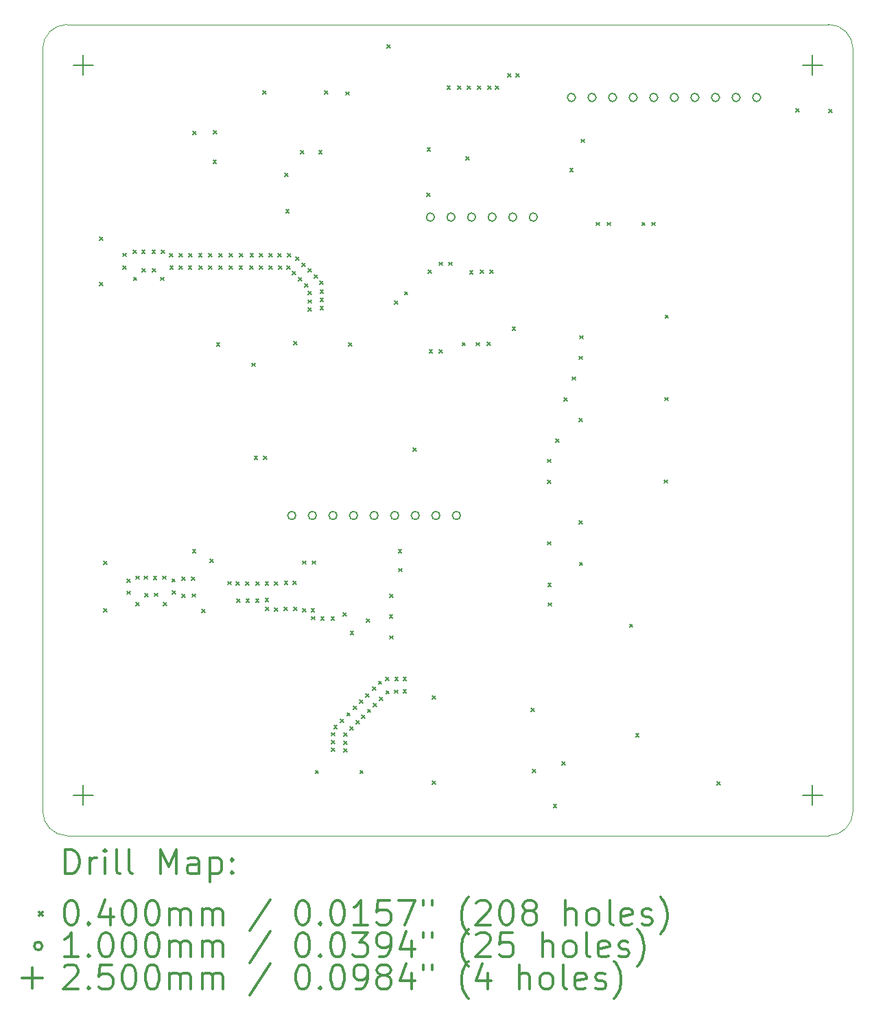
<source format=gbr>
%FSLAX45Y45*%
G04 Gerber Fmt 4.5, Leading zero omitted, Abs format (unit mm)*
G04 Created by KiCad (PCBNEW (5.1.12-1-10_14)) date 2022-02-15 12:56:46*
%MOMM*%
%LPD*%
G01*
G04 APERTURE LIST*
%TA.AperFunction,Profile*%
%ADD10C,0.100000*%
%TD*%
%ADD11C,0.200000*%
%ADD12C,0.300000*%
G04 APERTURE END LIST*
D10*
X20000000Y-14700000D02*
G75*
G02*
X19700000Y-15000000I-300000J0D01*
G01*
X10300000Y-15000000D02*
G75*
G02*
X10000000Y-14700000I0J300000D01*
G01*
X10000000Y-5300000D02*
G75*
G02*
X10300000Y-5000000I300000J0D01*
G01*
X19700000Y-5000000D02*
G75*
G02*
X20000000Y-5300000I0J-300000D01*
G01*
X20000000Y-5300000D02*
X20000000Y-14700000D01*
X10300000Y-5000000D02*
X19700000Y-5000000D01*
X10000000Y-14700000D02*
X10000000Y-5300000D01*
X19700000Y-15000000D02*
X10300000Y-15000000D01*
D11*
X10700000Y-7620000D02*
X10740000Y-7660000D01*
X10740000Y-7620000D02*
X10700000Y-7660000D01*
X10700000Y-8180000D02*
X10740000Y-8220000D01*
X10740000Y-8180000D02*
X10700000Y-8220000D01*
X10755000Y-11620000D02*
X10795000Y-11660000D01*
X10795000Y-11620000D02*
X10755000Y-11660000D01*
X10755000Y-12200000D02*
X10795000Y-12240000D01*
X10795000Y-12200000D02*
X10755000Y-12240000D01*
X10990000Y-7820000D02*
X11030000Y-7860000D01*
X11030000Y-7820000D02*
X10990000Y-7860000D01*
X10990000Y-7975000D02*
X11030000Y-8015000D01*
X11030000Y-7975000D02*
X10990000Y-8015000D01*
X11040000Y-11835000D02*
X11080000Y-11875000D01*
X11080000Y-11835000D02*
X11040000Y-11875000D01*
X11040000Y-11985000D02*
X11080000Y-12025000D01*
X11080000Y-11985000D02*
X11040000Y-12025000D01*
X11117500Y-7785000D02*
X11157500Y-7825000D01*
X11157500Y-7785000D02*
X11117500Y-7825000D01*
X11120000Y-8117500D02*
X11160000Y-8157500D01*
X11160000Y-8117500D02*
X11120000Y-8157500D01*
X11152500Y-11800000D02*
X11192500Y-11840000D01*
X11192500Y-11800000D02*
X11152500Y-11840000D01*
X11152500Y-12122500D02*
X11192500Y-12162500D01*
X11192500Y-12122500D02*
X11152500Y-12162500D01*
X11222500Y-7785000D02*
X11262500Y-7825000D01*
X11262500Y-7785000D02*
X11222500Y-7825000D01*
X11226500Y-8013500D02*
X11266500Y-8053500D01*
X11266500Y-8013500D02*
X11226500Y-8053500D01*
X11255000Y-11800000D02*
X11295000Y-11840000D01*
X11295000Y-11800000D02*
X11255000Y-11840000D01*
X11262500Y-12012500D02*
X11302500Y-12052500D01*
X11302500Y-12012500D02*
X11262500Y-12052500D01*
X11350000Y-7785000D02*
X11390000Y-7825000D01*
X11390000Y-7785000D02*
X11350000Y-7825000D01*
X11352500Y-8013500D02*
X11392500Y-8053500D01*
X11392500Y-8013500D02*
X11352500Y-8053500D01*
X11367500Y-11802500D02*
X11407500Y-11842500D01*
X11407500Y-11802500D02*
X11367500Y-11842500D01*
X11377500Y-12010000D02*
X11417500Y-12050000D01*
X11417500Y-12010000D02*
X11377500Y-12050000D01*
X11457500Y-8117500D02*
X11497500Y-8157500D01*
X11497500Y-8117500D02*
X11457500Y-8157500D01*
X11465000Y-7785000D02*
X11505000Y-7825000D01*
X11505000Y-7785000D02*
X11465000Y-7825000D01*
X11482500Y-11800000D02*
X11522500Y-11840000D01*
X11522500Y-11800000D02*
X11482500Y-11840000D01*
X11487500Y-12125000D02*
X11527500Y-12165000D01*
X11527500Y-12125000D02*
X11487500Y-12165000D01*
X11567500Y-7825000D02*
X11607500Y-7865000D01*
X11607500Y-7825000D02*
X11567500Y-7865000D01*
X11570000Y-7975000D02*
X11610000Y-8015000D01*
X11610000Y-7975000D02*
X11570000Y-8015000D01*
X11595000Y-11832500D02*
X11635000Y-11872500D01*
X11635000Y-11832500D02*
X11595000Y-11872500D01*
X11600000Y-11982500D02*
X11640000Y-12022500D01*
X11640000Y-11982500D02*
X11600000Y-12022500D01*
X11682500Y-7825000D02*
X11722500Y-7865000D01*
X11722500Y-7825000D02*
X11682500Y-7865000D01*
X11682500Y-7975000D02*
X11722500Y-8015000D01*
X11722500Y-7975000D02*
X11682500Y-8015000D01*
X11715000Y-11810000D02*
X11755000Y-11850000D01*
X11755000Y-11810000D02*
X11715000Y-11850000D01*
X11720000Y-12022500D02*
X11760000Y-12062500D01*
X11760000Y-12022500D02*
X11720000Y-12062500D01*
X11797500Y-7975000D02*
X11837500Y-8015000D01*
X11837500Y-7975000D02*
X11797500Y-8015000D01*
X11800000Y-7825000D02*
X11840000Y-7865000D01*
X11840000Y-7825000D02*
X11800000Y-7865000D01*
X11837500Y-11810000D02*
X11877500Y-11850000D01*
X11877500Y-11810000D02*
X11837500Y-11850000D01*
X11842500Y-12020000D02*
X11882500Y-12060000D01*
X11882500Y-12020000D02*
X11842500Y-12060000D01*
X11850000Y-11473000D02*
X11890000Y-11513000D01*
X11890000Y-11473000D02*
X11850000Y-11513000D01*
X11855000Y-6315000D02*
X11895000Y-6355000D01*
X11895000Y-6315000D02*
X11855000Y-6355000D01*
X11925000Y-7825000D02*
X11965000Y-7865000D01*
X11965000Y-7825000D02*
X11925000Y-7865000D01*
X11927500Y-7975000D02*
X11967500Y-8015000D01*
X11967500Y-7975000D02*
X11927500Y-8015000D01*
X11962500Y-12212500D02*
X12002500Y-12252500D01*
X12002500Y-12212500D02*
X11962500Y-12252500D01*
X12050000Y-7825000D02*
X12090000Y-7865000D01*
X12090000Y-7825000D02*
X12050000Y-7865000D01*
X12050000Y-7975000D02*
X12090000Y-8015000D01*
X12090000Y-7975000D02*
X12050000Y-8015000D01*
X12063750Y-11590750D02*
X12103750Y-11630750D01*
X12103750Y-11590750D02*
X12063750Y-11630750D01*
X12102500Y-6675000D02*
X12142500Y-6715000D01*
X12142500Y-6675000D02*
X12102500Y-6715000D01*
X12110000Y-6310000D02*
X12150000Y-6350000D01*
X12150000Y-6310000D02*
X12110000Y-6350000D01*
X12145000Y-8925000D02*
X12185000Y-8965000D01*
X12185000Y-8925000D02*
X12145000Y-8965000D01*
X12175000Y-7825000D02*
X12215000Y-7865000D01*
X12215000Y-7825000D02*
X12175000Y-7865000D01*
X12175000Y-7975000D02*
X12215000Y-8015000D01*
X12215000Y-7975000D02*
X12175000Y-8015000D01*
X12282500Y-11867500D02*
X12322500Y-11907500D01*
X12322500Y-11867500D02*
X12282500Y-11907500D01*
X12300000Y-7825000D02*
X12340000Y-7865000D01*
X12340000Y-7825000D02*
X12300000Y-7865000D01*
X12302500Y-7975000D02*
X12342500Y-8015000D01*
X12342500Y-7975000D02*
X12302500Y-8015000D01*
X12387500Y-11870000D02*
X12427500Y-11910000D01*
X12427500Y-11870000D02*
X12387500Y-11910000D01*
X12392500Y-12080000D02*
X12432500Y-12120000D01*
X12432500Y-12080000D02*
X12392500Y-12120000D01*
X12425000Y-7975000D02*
X12465000Y-8015000D01*
X12465000Y-7975000D02*
X12425000Y-8015000D01*
X12427500Y-7825000D02*
X12467500Y-7865000D01*
X12467500Y-7825000D02*
X12427500Y-7865000D01*
X12507500Y-11870000D02*
X12547500Y-11910000D01*
X12547500Y-11870000D02*
X12507500Y-11910000D01*
X12510000Y-12080000D02*
X12550000Y-12120000D01*
X12550000Y-12080000D02*
X12510000Y-12120000D01*
X12557500Y-7975000D02*
X12597500Y-8015000D01*
X12597500Y-7975000D02*
X12557500Y-8015000D01*
X12560000Y-7825000D02*
X12600000Y-7865000D01*
X12600000Y-7825000D02*
X12560000Y-7865000D01*
X12580000Y-9175000D02*
X12620000Y-9215000D01*
X12620000Y-9175000D02*
X12580000Y-9215000D01*
X12610000Y-10325000D02*
X12650000Y-10365000D01*
X12650000Y-10325000D02*
X12610000Y-10365000D01*
X12627500Y-12080000D02*
X12667500Y-12120000D01*
X12667500Y-12080000D02*
X12627500Y-12120000D01*
X12632500Y-11870000D02*
X12672500Y-11910000D01*
X12672500Y-11870000D02*
X12632500Y-11910000D01*
X12675000Y-7825000D02*
X12715000Y-7865000D01*
X12715000Y-7825000D02*
X12675000Y-7865000D01*
X12675000Y-7975000D02*
X12715000Y-8015000D01*
X12715000Y-7975000D02*
X12675000Y-8015000D01*
X12720000Y-5820000D02*
X12760000Y-5860000D01*
X12760000Y-5820000D02*
X12720000Y-5860000D01*
X12723500Y-10323500D02*
X12763500Y-10363500D01*
X12763500Y-10323500D02*
X12723500Y-10363500D01*
X12747500Y-11870000D02*
X12787500Y-11910000D01*
X12787500Y-11870000D02*
X12747500Y-11910000D01*
X12747500Y-12075000D02*
X12787500Y-12115000D01*
X12787500Y-12075000D02*
X12747500Y-12115000D01*
X12752500Y-12185000D02*
X12792500Y-12225000D01*
X12792500Y-12185000D02*
X12752500Y-12225000D01*
X12792500Y-7825000D02*
X12832500Y-7865000D01*
X12832500Y-7825000D02*
X12792500Y-7865000D01*
X12795000Y-7975000D02*
X12835000Y-8015000D01*
X12835000Y-7975000D02*
X12795000Y-8015000D01*
X12862500Y-11870000D02*
X12902500Y-11910000D01*
X12902500Y-11870000D02*
X12862500Y-11910000D01*
X12862500Y-12195000D02*
X12902500Y-12235000D01*
X12902500Y-12195000D02*
X12862500Y-12235000D01*
X12905000Y-7825000D02*
X12945000Y-7865000D01*
X12945000Y-7825000D02*
X12905000Y-7865000D01*
X12910000Y-7975000D02*
X12950000Y-8015000D01*
X12950000Y-7975000D02*
X12910000Y-8015000D01*
X12980000Y-12185000D02*
X13020000Y-12225000D01*
X13020000Y-12185000D02*
X12980000Y-12225000D01*
X12982500Y-11865000D02*
X13022500Y-11905000D01*
X13022500Y-11865000D02*
X12982500Y-11905000D01*
X12985000Y-6835000D02*
X13025000Y-6875000D01*
X13025000Y-6835000D02*
X12985000Y-6875000D01*
X13000000Y-7279500D02*
X13040000Y-7319500D01*
X13040000Y-7279500D02*
X13000000Y-7319500D01*
X13012500Y-7975000D02*
X13052500Y-8015000D01*
X13052500Y-7975000D02*
X13012500Y-8015000D01*
X13022500Y-7825000D02*
X13062500Y-7865000D01*
X13062500Y-7825000D02*
X13022500Y-7865000D01*
X13082500Y-8045000D02*
X13122500Y-8085000D01*
X13122500Y-8045000D02*
X13082500Y-8085000D01*
X13090000Y-11865000D02*
X13130000Y-11905000D01*
X13130000Y-11865000D02*
X13090000Y-11905000D01*
X13097500Y-12185000D02*
X13137500Y-12225000D01*
X13137500Y-12185000D02*
X13097500Y-12225000D01*
X13100000Y-8905000D02*
X13140000Y-8945000D01*
X13140000Y-8905000D02*
X13100000Y-8945000D01*
X13126250Y-7863750D02*
X13166250Y-7903750D01*
X13166250Y-7863750D02*
X13126250Y-7903750D01*
X13157500Y-8120000D02*
X13197500Y-8160000D01*
X13197500Y-8120000D02*
X13157500Y-8160000D01*
X13185000Y-6552500D02*
X13225000Y-6592500D01*
X13225000Y-6552500D02*
X13185000Y-6592500D01*
X13202500Y-7940000D02*
X13242500Y-7980000D01*
X13242500Y-7940000D02*
X13202500Y-7980000D01*
X13207500Y-12200000D02*
X13247500Y-12240000D01*
X13247500Y-12200000D02*
X13207500Y-12240000D01*
X13210000Y-11612500D02*
X13250000Y-11652500D01*
X13250000Y-11612500D02*
X13210000Y-11652500D01*
X13235000Y-8197500D02*
X13275000Y-8237500D01*
X13275000Y-8197500D02*
X13235000Y-8237500D01*
X13275000Y-8012500D02*
X13315000Y-8052500D01*
X13315000Y-8012500D02*
X13275000Y-8052500D01*
X13275000Y-8292500D02*
X13315000Y-8332500D01*
X13315000Y-8292500D02*
X13275000Y-8332500D01*
X13275000Y-8395000D02*
X13315000Y-8435000D01*
X13315000Y-8395000D02*
X13275000Y-8435000D01*
X13275000Y-8495000D02*
X13315000Y-8535000D01*
X13315000Y-8495000D02*
X13275000Y-8535000D01*
X13315000Y-12200000D02*
X13355000Y-12240000D01*
X13355000Y-12200000D02*
X13315000Y-12240000D01*
X13317500Y-12300000D02*
X13357500Y-12340000D01*
X13357500Y-12300000D02*
X13317500Y-12340000D01*
X13328250Y-11614250D02*
X13368250Y-11654250D01*
X13368250Y-11614250D02*
X13328250Y-11654250D01*
X13351250Y-8088750D02*
X13391250Y-8128750D01*
X13391250Y-8088750D02*
X13351250Y-8128750D01*
X13365000Y-14195000D02*
X13405000Y-14235000D01*
X13405000Y-14195000D02*
X13365000Y-14235000D01*
X13407500Y-6555000D02*
X13447500Y-6595000D01*
X13447500Y-6555000D02*
X13407500Y-6595000D01*
X13422500Y-8160000D02*
X13462500Y-8200000D01*
X13462500Y-8160000D02*
X13422500Y-8200000D01*
X13425000Y-8270000D02*
X13465000Y-8310000D01*
X13465000Y-8270000D02*
X13425000Y-8310000D01*
X13425000Y-8375000D02*
X13465000Y-8415000D01*
X13465000Y-8375000D02*
X13425000Y-8415000D01*
X13425000Y-8475000D02*
X13465000Y-8515000D01*
X13465000Y-8475000D02*
X13425000Y-8515000D01*
X13432500Y-12305000D02*
X13472500Y-12345000D01*
X13472500Y-12305000D02*
X13432500Y-12345000D01*
X13480000Y-5820000D02*
X13520000Y-5860000D01*
X13520000Y-5820000D02*
X13480000Y-5860000D01*
X13560000Y-12305000D02*
X13600000Y-12345000D01*
X13600000Y-12305000D02*
X13560000Y-12345000D01*
X13565000Y-13730000D02*
X13605000Y-13770000D01*
X13605000Y-13730000D02*
X13565000Y-13770000D01*
X13565000Y-13830000D02*
X13605000Y-13870000D01*
X13605000Y-13830000D02*
X13565000Y-13870000D01*
X13565000Y-13920000D02*
X13605000Y-13960000D01*
X13605000Y-13920000D02*
X13565000Y-13960000D01*
X13592500Y-13642500D02*
X13632500Y-13682500D01*
X13632500Y-13642500D02*
X13592500Y-13682500D01*
X13671250Y-13566250D02*
X13711250Y-13606250D01*
X13711250Y-13566250D02*
X13671250Y-13606250D01*
X13707500Y-12255250D02*
X13747500Y-12295250D01*
X13747500Y-12255250D02*
X13707500Y-12295250D01*
X13717500Y-13735000D02*
X13757500Y-13775000D01*
X13757500Y-13735000D02*
X13717500Y-13775000D01*
X13717500Y-13835000D02*
X13757500Y-13875000D01*
X13757500Y-13835000D02*
X13717500Y-13875000D01*
X13717500Y-13930000D02*
X13757500Y-13970000D01*
X13757500Y-13930000D02*
X13717500Y-13970000D01*
X13740000Y-5830000D02*
X13780000Y-5870000D01*
X13780000Y-5830000D02*
X13740000Y-5870000D01*
X13753750Y-13483750D02*
X13793750Y-13523750D01*
X13793750Y-13483750D02*
X13753750Y-13523750D01*
X13775000Y-8925000D02*
X13815000Y-8965000D01*
X13815000Y-8925000D02*
X13775000Y-8965000D01*
X13791250Y-13658750D02*
X13831250Y-13698750D01*
X13831250Y-13658750D02*
X13791250Y-13698750D01*
X13796000Y-12481500D02*
X13836000Y-12521500D01*
X13836000Y-12481500D02*
X13796000Y-12521500D01*
X13833750Y-13403750D02*
X13873750Y-13443750D01*
X13873750Y-13403750D02*
X13833750Y-13443750D01*
X13866250Y-13583750D02*
X13906250Y-13623750D01*
X13906250Y-13583750D02*
X13866250Y-13623750D01*
X13908750Y-13328750D02*
X13948750Y-13368750D01*
X13948750Y-13328750D02*
X13908750Y-13368750D01*
X13915000Y-14195000D02*
X13955000Y-14235000D01*
X13955000Y-14195000D02*
X13915000Y-14235000D01*
X13935000Y-13515000D02*
X13975000Y-13555000D01*
X13975000Y-13515000D02*
X13935000Y-13555000D01*
X13988750Y-13248750D02*
X14028750Y-13288750D01*
X14028750Y-13248750D02*
X13988750Y-13288750D01*
X13997500Y-12327500D02*
X14037500Y-12367500D01*
X14037500Y-12327500D02*
X13997500Y-12367500D01*
X14008750Y-13441250D02*
X14048750Y-13481250D01*
X14048750Y-13441250D02*
X14008750Y-13481250D01*
X14068750Y-13168750D02*
X14108750Y-13208750D01*
X14108750Y-13168750D02*
X14068750Y-13208750D01*
X14078750Y-13371250D02*
X14118750Y-13411250D01*
X14118750Y-13371250D02*
X14078750Y-13411250D01*
X14143750Y-13093750D02*
X14183750Y-13133750D01*
X14183750Y-13093750D02*
X14143750Y-13133750D01*
X14156250Y-13293750D02*
X14196250Y-13333750D01*
X14196250Y-13293750D02*
X14156250Y-13333750D01*
X14232500Y-13050000D02*
X14272500Y-13090000D01*
X14272500Y-13050000D02*
X14232500Y-13090000D01*
X14236250Y-13213750D02*
X14276250Y-13253750D01*
X14276250Y-13213750D02*
X14236250Y-13253750D01*
X14250000Y-5250000D02*
X14290000Y-5290000D01*
X14290000Y-5250000D02*
X14250000Y-5290000D01*
X14279000Y-12275000D02*
X14319000Y-12315000D01*
X14319000Y-12275000D02*
X14279000Y-12315000D01*
X14285000Y-12537000D02*
X14325000Y-12577000D01*
X14325000Y-12537000D02*
X14285000Y-12577000D01*
X14286000Y-12025000D02*
X14326000Y-12065000D01*
X14326000Y-12025000D02*
X14286000Y-12065000D01*
X14345000Y-8410000D02*
X14385000Y-8450000D01*
X14385000Y-8410000D02*
X14345000Y-8450000D01*
X14345000Y-13205000D02*
X14385000Y-13245000D01*
X14385000Y-13205000D02*
X14345000Y-13245000D01*
X14347500Y-13050000D02*
X14387500Y-13090000D01*
X14387500Y-13050000D02*
X14347500Y-13090000D01*
X14388000Y-11472000D02*
X14428000Y-11512000D01*
X14428000Y-11472000D02*
X14388000Y-11512000D01*
X14392750Y-11706250D02*
X14432750Y-11746250D01*
X14432750Y-11706250D02*
X14392750Y-11746250D01*
X14447500Y-13050000D02*
X14487500Y-13090000D01*
X14487500Y-13050000D02*
X14447500Y-13090000D01*
X14447500Y-13202500D02*
X14487500Y-13242500D01*
X14487500Y-13202500D02*
X14447500Y-13242500D01*
X14465050Y-8295050D02*
X14505050Y-8335050D01*
X14505050Y-8295050D02*
X14465050Y-8335050D01*
X14572500Y-10217500D02*
X14612500Y-10257500D01*
X14612500Y-10217500D02*
X14572500Y-10257500D01*
X14740000Y-7080000D02*
X14780000Y-7120000D01*
X14780000Y-7080000D02*
X14740000Y-7120000D01*
X14745000Y-6520000D02*
X14785000Y-6560000D01*
X14785000Y-6520000D02*
X14745000Y-6560000D01*
X14760000Y-8030000D02*
X14800000Y-8070000D01*
X14800000Y-8030000D02*
X14760000Y-8070000D01*
X14770000Y-9010000D02*
X14810000Y-9050000D01*
X14810000Y-9010000D02*
X14770000Y-9050000D01*
X14810000Y-13275000D02*
X14850000Y-13315000D01*
X14850000Y-13275000D02*
X14810000Y-13315000D01*
X14810000Y-14325000D02*
X14850000Y-14365000D01*
X14850000Y-14325000D02*
X14810000Y-14365000D01*
X14890000Y-7930000D02*
X14930000Y-7970000D01*
X14930000Y-7930000D02*
X14890000Y-7970000D01*
X14890000Y-9010000D02*
X14930000Y-9050000D01*
X14930000Y-9010000D02*
X14890000Y-9050000D01*
X14990000Y-5760000D02*
X15030000Y-5800000D01*
X15030000Y-5760000D02*
X14990000Y-5800000D01*
X15010000Y-7930000D02*
X15050000Y-7970000D01*
X15050000Y-7930000D02*
X15010000Y-7970000D01*
X15120000Y-5760000D02*
X15160000Y-5800000D01*
X15160000Y-5760000D02*
X15120000Y-5800000D01*
X15177500Y-8920000D02*
X15217500Y-8960000D01*
X15217500Y-8920000D02*
X15177500Y-8960000D01*
X15224000Y-6628000D02*
X15264000Y-6668000D01*
X15264000Y-6628000D02*
X15224000Y-6668000D01*
X15240000Y-5760000D02*
X15280000Y-5800000D01*
X15280000Y-5760000D02*
X15240000Y-5800000D01*
X15268500Y-8039000D02*
X15308500Y-8079000D01*
X15308500Y-8039000D02*
X15268500Y-8079000D01*
X15352500Y-8920000D02*
X15392500Y-8960000D01*
X15392500Y-8920000D02*
X15352500Y-8960000D01*
X15370000Y-5760000D02*
X15410000Y-5800000D01*
X15410000Y-5760000D02*
X15370000Y-5800000D01*
X15402500Y-8030000D02*
X15442500Y-8070000D01*
X15442500Y-8030000D02*
X15402500Y-8070000D01*
X15487500Y-8915000D02*
X15527500Y-8955000D01*
X15527500Y-8915000D02*
X15487500Y-8955000D01*
X15492500Y-5760000D02*
X15532500Y-5800000D01*
X15532500Y-5760000D02*
X15492500Y-5800000D01*
X15520000Y-8030000D02*
X15560000Y-8070000D01*
X15560000Y-8030000D02*
X15520000Y-8070000D01*
X15585000Y-5760000D02*
X15625000Y-5800000D01*
X15625000Y-5760000D02*
X15585000Y-5800000D01*
X15740000Y-5605000D02*
X15780000Y-5645000D01*
X15780000Y-5605000D02*
X15740000Y-5645000D01*
X15793800Y-8731200D02*
X15833800Y-8771200D01*
X15833800Y-8731200D02*
X15793800Y-8771200D01*
X15840000Y-5605000D02*
X15880000Y-5645000D01*
X15880000Y-5605000D02*
X15840000Y-5645000D01*
X16030000Y-13430000D02*
X16070000Y-13470000D01*
X16070000Y-13430000D02*
X16030000Y-13470000D01*
X16045000Y-14180000D02*
X16085000Y-14220000D01*
X16085000Y-14180000D02*
X16045000Y-14220000D01*
X16230000Y-10360000D02*
X16270000Y-10400000D01*
X16270000Y-10360000D02*
X16230000Y-10400000D01*
X16230000Y-10620000D02*
X16270000Y-10660000D01*
X16270000Y-10620000D02*
X16230000Y-10660000D01*
X16230000Y-11375000D02*
X16270000Y-11415000D01*
X16270000Y-11375000D02*
X16230000Y-11415000D01*
X16235000Y-11890000D02*
X16275000Y-11930000D01*
X16275000Y-11890000D02*
X16235000Y-11930000D01*
X16240000Y-12130000D02*
X16280000Y-12170000D01*
X16280000Y-12130000D02*
X16240000Y-12170000D01*
X16301750Y-14611750D02*
X16341750Y-14651750D01*
X16341750Y-14611750D02*
X16301750Y-14651750D01*
X16332500Y-10107500D02*
X16372500Y-10147500D01*
X16372500Y-10107500D02*
X16332500Y-10147500D01*
X16410000Y-14090000D02*
X16450000Y-14130000D01*
X16450000Y-14090000D02*
X16410000Y-14130000D01*
X16435000Y-9600000D02*
X16475000Y-9640000D01*
X16475000Y-9600000D02*
X16435000Y-9640000D01*
X16505000Y-6775000D02*
X16545000Y-6815000D01*
X16545000Y-6775000D02*
X16505000Y-6815000D01*
X16535000Y-9345000D02*
X16575000Y-9385000D01*
X16575000Y-9345000D02*
X16535000Y-9385000D01*
X16620000Y-9090000D02*
X16660000Y-9130000D01*
X16660000Y-9090000D02*
X16620000Y-9130000D01*
X16620000Y-9855000D02*
X16660000Y-9895000D01*
X16660000Y-9855000D02*
X16620000Y-9895000D01*
X16620000Y-11120000D02*
X16660000Y-11160000D01*
X16660000Y-11120000D02*
X16620000Y-11160000D01*
X16624000Y-11631000D02*
X16664000Y-11671000D01*
X16664000Y-11631000D02*
X16624000Y-11671000D01*
X16628000Y-8837000D02*
X16668000Y-8877000D01*
X16668000Y-8837000D02*
X16628000Y-8877000D01*
X16645000Y-6415000D02*
X16685000Y-6455000D01*
X16685000Y-6415000D02*
X16645000Y-6455000D01*
X16830000Y-7440000D02*
X16870000Y-7480000D01*
X16870000Y-7440000D02*
X16830000Y-7480000D01*
X16965000Y-7440000D02*
X17005000Y-7480000D01*
X17005000Y-7440000D02*
X16965000Y-7480000D01*
X17243000Y-12393000D02*
X17283000Y-12433000D01*
X17283000Y-12393000D02*
X17243000Y-12433000D01*
X17317500Y-13742500D02*
X17357500Y-13782500D01*
X17357500Y-13742500D02*
X17317500Y-13782500D01*
X17395000Y-7440000D02*
X17435000Y-7480000D01*
X17435000Y-7440000D02*
X17395000Y-7480000D01*
X17520000Y-7440000D02*
X17560000Y-7480000D01*
X17560000Y-7440000D02*
X17520000Y-7480000D01*
X17670000Y-10615000D02*
X17710000Y-10655000D01*
X17710000Y-10615000D02*
X17670000Y-10655000D01*
X17676000Y-9599000D02*
X17716000Y-9639000D01*
X17716000Y-9599000D02*
X17676000Y-9639000D01*
X17683000Y-8583000D02*
X17723000Y-8623000D01*
X17723000Y-8583000D02*
X17683000Y-8623000D01*
X18322500Y-14335000D02*
X18362500Y-14375000D01*
X18362500Y-14335000D02*
X18322500Y-14375000D01*
X19297500Y-6040000D02*
X19337500Y-6080000D01*
X19337500Y-6040000D02*
X19297500Y-6080000D01*
X19705000Y-6047500D02*
X19745000Y-6087500D01*
X19745000Y-6047500D02*
X19705000Y-6087500D01*
X13124000Y-11054000D02*
G75*
G03*
X13124000Y-11054000I-50000J0D01*
G01*
X13378000Y-11054000D02*
G75*
G03*
X13378000Y-11054000I-50000J0D01*
G01*
X13632000Y-11054000D02*
G75*
G03*
X13632000Y-11054000I-50000J0D01*
G01*
X13886000Y-11054000D02*
G75*
G03*
X13886000Y-11054000I-50000J0D01*
G01*
X14140000Y-11054000D02*
G75*
G03*
X14140000Y-11054000I-50000J0D01*
G01*
X14394000Y-11054000D02*
G75*
G03*
X14394000Y-11054000I-50000J0D01*
G01*
X14648000Y-11054000D02*
G75*
G03*
X14648000Y-11054000I-50000J0D01*
G01*
X14835000Y-7375000D02*
G75*
G03*
X14835000Y-7375000I-50000J0D01*
G01*
X14902000Y-11054000D02*
G75*
G03*
X14902000Y-11054000I-50000J0D01*
G01*
X15089000Y-7375000D02*
G75*
G03*
X15089000Y-7375000I-50000J0D01*
G01*
X15156000Y-11054000D02*
G75*
G03*
X15156000Y-11054000I-50000J0D01*
G01*
X15343000Y-7375000D02*
G75*
G03*
X15343000Y-7375000I-50000J0D01*
G01*
X15597000Y-7375000D02*
G75*
G03*
X15597000Y-7375000I-50000J0D01*
G01*
X15851000Y-7375000D02*
G75*
G03*
X15851000Y-7375000I-50000J0D01*
G01*
X16105000Y-7375000D02*
G75*
G03*
X16105000Y-7375000I-50000J0D01*
G01*
X16575000Y-5900000D02*
G75*
G03*
X16575000Y-5900000I-50000J0D01*
G01*
X16829000Y-5900000D02*
G75*
G03*
X16829000Y-5900000I-50000J0D01*
G01*
X17083000Y-5900000D02*
G75*
G03*
X17083000Y-5900000I-50000J0D01*
G01*
X17337000Y-5900000D02*
G75*
G03*
X17337000Y-5900000I-50000J0D01*
G01*
X17591000Y-5900000D02*
G75*
G03*
X17591000Y-5900000I-50000J0D01*
G01*
X17845000Y-5900000D02*
G75*
G03*
X17845000Y-5900000I-50000J0D01*
G01*
X18099000Y-5900000D02*
G75*
G03*
X18099000Y-5900000I-50000J0D01*
G01*
X18353000Y-5900000D02*
G75*
G03*
X18353000Y-5900000I-50000J0D01*
G01*
X18607000Y-5900000D02*
G75*
G03*
X18607000Y-5900000I-50000J0D01*
G01*
X18861000Y-5900000D02*
G75*
G03*
X18861000Y-5900000I-50000J0D01*
G01*
X10500000Y-5375000D02*
X10500000Y-5625000D01*
X10375000Y-5500000D02*
X10625000Y-5500000D01*
X10500000Y-14375000D02*
X10500000Y-14625000D01*
X10375000Y-14500000D02*
X10625000Y-14500000D01*
X19500000Y-5375000D02*
X19500000Y-5625000D01*
X19375000Y-5500000D02*
X19625000Y-5500000D01*
X19500000Y-14375000D02*
X19500000Y-14625000D01*
X19375000Y-14500000D02*
X19625000Y-14500000D01*
D12*
X10281428Y-15470714D02*
X10281428Y-15170714D01*
X10352857Y-15170714D01*
X10395714Y-15185000D01*
X10424286Y-15213571D01*
X10438571Y-15242143D01*
X10452857Y-15299286D01*
X10452857Y-15342143D01*
X10438571Y-15399286D01*
X10424286Y-15427857D01*
X10395714Y-15456429D01*
X10352857Y-15470714D01*
X10281428Y-15470714D01*
X10581428Y-15470714D02*
X10581428Y-15270714D01*
X10581428Y-15327857D02*
X10595714Y-15299286D01*
X10610000Y-15285000D01*
X10638571Y-15270714D01*
X10667143Y-15270714D01*
X10767143Y-15470714D02*
X10767143Y-15270714D01*
X10767143Y-15170714D02*
X10752857Y-15185000D01*
X10767143Y-15199286D01*
X10781428Y-15185000D01*
X10767143Y-15170714D01*
X10767143Y-15199286D01*
X10952857Y-15470714D02*
X10924286Y-15456429D01*
X10910000Y-15427857D01*
X10910000Y-15170714D01*
X11110000Y-15470714D02*
X11081428Y-15456429D01*
X11067143Y-15427857D01*
X11067143Y-15170714D01*
X11452857Y-15470714D02*
X11452857Y-15170714D01*
X11552857Y-15385000D01*
X11652857Y-15170714D01*
X11652857Y-15470714D01*
X11924286Y-15470714D02*
X11924286Y-15313571D01*
X11910000Y-15285000D01*
X11881428Y-15270714D01*
X11824286Y-15270714D01*
X11795714Y-15285000D01*
X11924286Y-15456429D02*
X11895714Y-15470714D01*
X11824286Y-15470714D01*
X11795714Y-15456429D01*
X11781428Y-15427857D01*
X11781428Y-15399286D01*
X11795714Y-15370714D01*
X11824286Y-15356429D01*
X11895714Y-15356429D01*
X11924286Y-15342143D01*
X12067143Y-15270714D02*
X12067143Y-15570714D01*
X12067143Y-15285000D02*
X12095714Y-15270714D01*
X12152857Y-15270714D01*
X12181428Y-15285000D01*
X12195714Y-15299286D01*
X12210000Y-15327857D01*
X12210000Y-15413571D01*
X12195714Y-15442143D01*
X12181428Y-15456429D01*
X12152857Y-15470714D01*
X12095714Y-15470714D01*
X12067143Y-15456429D01*
X12338571Y-15442143D02*
X12352857Y-15456429D01*
X12338571Y-15470714D01*
X12324286Y-15456429D01*
X12338571Y-15442143D01*
X12338571Y-15470714D01*
X12338571Y-15285000D02*
X12352857Y-15299286D01*
X12338571Y-15313571D01*
X12324286Y-15299286D01*
X12338571Y-15285000D01*
X12338571Y-15313571D01*
X9955000Y-15945000D02*
X9995000Y-15985000D01*
X9995000Y-15945000D02*
X9955000Y-15985000D01*
X10338571Y-15800714D02*
X10367143Y-15800714D01*
X10395714Y-15815000D01*
X10410000Y-15829286D01*
X10424286Y-15857857D01*
X10438571Y-15915000D01*
X10438571Y-15986429D01*
X10424286Y-16043571D01*
X10410000Y-16072143D01*
X10395714Y-16086429D01*
X10367143Y-16100714D01*
X10338571Y-16100714D01*
X10310000Y-16086429D01*
X10295714Y-16072143D01*
X10281428Y-16043571D01*
X10267143Y-15986429D01*
X10267143Y-15915000D01*
X10281428Y-15857857D01*
X10295714Y-15829286D01*
X10310000Y-15815000D01*
X10338571Y-15800714D01*
X10567143Y-16072143D02*
X10581428Y-16086429D01*
X10567143Y-16100714D01*
X10552857Y-16086429D01*
X10567143Y-16072143D01*
X10567143Y-16100714D01*
X10838571Y-15900714D02*
X10838571Y-16100714D01*
X10767143Y-15786429D02*
X10695714Y-16000714D01*
X10881428Y-16000714D01*
X11052857Y-15800714D02*
X11081428Y-15800714D01*
X11110000Y-15815000D01*
X11124286Y-15829286D01*
X11138571Y-15857857D01*
X11152857Y-15915000D01*
X11152857Y-15986429D01*
X11138571Y-16043571D01*
X11124286Y-16072143D01*
X11110000Y-16086429D01*
X11081428Y-16100714D01*
X11052857Y-16100714D01*
X11024286Y-16086429D01*
X11010000Y-16072143D01*
X10995714Y-16043571D01*
X10981428Y-15986429D01*
X10981428Y-15915000D01*
X10995714Y-15857857D01*
X11010000Y-15829286D01*
X11024286Y-15815000D01*
X11052857Y-15800714D01*
X11338571Y-15800714D02*
X11367143Y-15800714D01*
X11395714Y-15815000D01*
X11410000Y-15829286D01*
X11424286Y-15857857D01*
X11438571Y-15915000D01*
X11438571Y-15986429D01*
X11424286Y-16043571D01*
X11410000Y-16072143D01*
X11395714Y-16086429D01*
X11367143Y-16100714D01*
X11338571Y-16100714D01*
X11310000Y-16086429D01*
X11295714Y-16072143D01*
X11281428Y-16043571D01*
X11267143Y-15986429D01*
X11267143Y-15915000D01*
X11281428Y-15857857D01*
X11295714Y-15829286D01*
X11310000Y-15815000D01*
X11338571Y-15800714D01*
X11567143Y-16100714D02*
X11567143Y-15900714D01*
X11567143Y-15929286D02*
X11581428Y-15915000D01*
X11610000Y-15900714D01*
X11652857Y-15900714D01*
X11681428Y-15915000D01*
X11695714Y-15943571D01*
X11695714Y-16100714D01*
X11695714Y-15943571D02*
X11710000Y-15915000D01*
X11738571Y-15900714D01*
X11781428Y-15900714D01*
X11810000Y-15915000D01*
X11824286Y-15943571D01*
X11824286Y-16100714D01*
X11967143Y-16100714D02*
X11967143Y-15900714D01*
X11967143Y-15929286D02*
X11981428Y-15915000D01*
X12010000Y-15900714D01*
X12052857Y-15900714D01*
X12081428Y-15915000D01*
X12095714Y-15943571D01*
X12095714Y-16100714D01*
X12095714Y-15943571D02*
X12110000Y-15915000D01*
X12138571Y-15900714D01*
X12181428Y-15900714D01*
X12210000Y-15915000D01*
X12224286Y-15943571D01*
X12224286Y-16100714D01*
X12810000Y-15786429D02*
X12552857Y-16172143D01*
X13195714Y-15800714D02*
X13224286Y-15800714D01*
X13252857Y-15815000D01*
X13267143Y-15829286D01*
X13281428Y-15857857D01*
X13295714Y-15915000D01*
X13295714Y-15986429D01*
X13281428Y-16043571D01*
X13267143Y-16072143D01*
X13252857Y-16086429D01*
X13224286Y-16100714D01*
X13195714Y-16100714D01*
X13167143Y-16086429D01*
X13152857Y-16072143D01*
X13138571Y-16043571D01*
X13124286Y-15986429D01*
X13124286Y-15915000D01*
X13138571Y-15857857D01*
X13152857Y-15829286D01*
X13167143Y-15815000D01*
X13195714Y-15800714D01*
X13424286Y-16072143D02*
X13438571Y-16086429D01*
X13424286Y-16100714D01*
X13410000Y-16086429D01*
X13424286Y-16072143D01*
X13424286Y-16100714D01*
X13624286Y-15800714D02*
X13652857Y-15800714D01*
X13681428Y-15815000D01*
X13695714Y-15829286D01*
X13710000Y-15857857D01*
X13724286Y-15915000D01*
X13724286Y-15986429D01*
X13710000Y-16043571D01*
X13695714Y-16072143D01*
X13681428Y-16086429D01*
X13652857Y-16100714D01*
X13624286Y-16100714D01*
X13595714Y-16086429D01*
X13581428Y-16072143D01*
X13567143Y-16043571D01*
X13552857Y-15986429D01*
X13552857Y-15915000D01*
X13567143Y-15857857D01*
X13581428Y-15829286D01*
X13595714Y-15815000D01*
X13624286Y-15800714D01*
X14010000Y-16100714D02*
X13838571Y-16100714D01*
X13924286Y-16100714D02*
X13924286Y-15800714D01*
X13895714Y-15843571D01*
X13867143Y-15872143D01*
X13838571Y-15886429D01*
X14281428Y-15800714D02*
X14138571Y-15800714D01*
X14124286Y-15943571D01*
X14138571Y-15929286D01*
X14167143Y-15915000D01*
X14238571Y-15915000D01*
X14267143Y-15929286D01*
X14281428Y-15943571D01*
X14295714Y-15972143D01*
X14295714Y-16043571D01*
X14281428Y-16072143D01*
X14267143Y-16086429D01*
X14238571Y-16100714D01*
X14167143Y-16100714D01*
X14138571Y-16086429D01*
X14124286Y-16072143D01*
X14395714Y-15800714D02*
X14595714Y-15800714D01*
X14467143Y-16100714D01*
X14695714Y-15800714D02*
X14695714Y-15857857D01*
X14810000Y-15800714D02*
X14810000Y-15857857D01*
X15252857Y-16215000D02*
X15238571Y-16200714D01*
X15210000Y-16157857D01*
X15195714Y-16129286D01*
X15181428Y-16086429D01*
X15167143Y-16015000D01*
X15167143Y-15957857D01*
X15181428Y-15886429D01*
X15195714Y-15843571D01*
X15210000Y-15815000D01*
X15238571Y-15772143D01*
X15252857Y-15757857D01*
X15352857Y-15829286D02*
X15367143Y-15815000D01*
X15395714Y-15800714D01*
X15467143Y-15800714D01*
X15495714Y-15815000D01*
X15510000Y-15829286D01*
X15524286Y-15857857D01*
X15524286Y-15886429D01*
X15510000Y-15929286D01*
X15338571Y-16100714D01*
X15524286Y-16100714D01*
X15710000Y-15800714D02*
X15738571Y-15800714D01*
X15767143Y-15815000D01*
X15781428Y-15829286D01*
X15795714Y-15857857D01*
X15810000Y-15915000D01*
X15810000Y-15986429D01*
X15795714Y-16043571D01*
X15781428Y-16072143D01*
X15767143Y-16086429D01*
X15738571Y-16100714D01*
X15710000Y-16100714D01*
X15681428Y-16086429D01*
X15667143Y-16072143D01*
X15652857Y-16043571D01*
X15638571Y-15986429D01*
X15638571Y-15915000D01*
X15652857Y-15857857D01*
X15667143Y-15829286D01*
X15681428Y-15815000D01*
X15710000Y-15800714D01*
X15981428Y-15929286D02*
X15952857Y-15915000D01*
X15938571Y-15900714D01*
X15924286Y-15872143D01*
X15924286Y-15857857D01*
X15938571Y-15829286D01*
X15952857Y-15815000D01*
X15981428Y-15800714D01*
X16038571Y-15800714D01*
X16067143Y-15815000D01*
X16081428Y-15829286D01*
X16095714Y-15857857D01*
X16095714Y-15872143D01*
X16081428Y-15900714D01*
X16067143Y-15915000D01*
X16038571Y-15929286D01*
X15981428Y-15929286D01*
X15952857Y-15943571D01*
X15938571Y-15957857D01*
X15924286Y-15986429D01*
X15924286Y-16043571D01*
X15938571Y-16072143D01*
X15952857Y-16086429D01*
X15981428Y-16100714D01*
X16038571Y-16100714D01*
X16067143Y-16086429D01*
X16081428Y-16072143D01*
X16095714Y-16043571D01*
X16095714Y-15986429D01*
X16081428Y-15957857D01*
X16067143Y-15943571D01*
X16038571Y-15929286D01*
X16452857Y-16100714D02*
X16452857Y-15800714D01*
X16581428Y-16100714D02*
X16581428Y-15943571D01*
X16567143Y-15915000D01*
X16538571Y-15900714D01*
X16495714Y-15900714D01*
X16467143Y-15915000D01*
X16452857Y-15929286D01*
X16767143Y-16100714D02*
X16738571Y-16086429D01*
X16724286Y-16072143D01*
X16710000Y-16043571D01*
X16710000Y-15957857D01*
X16724286Y-15929286D01*
X16738571Y-15915000D01*
X16767143Y-15900714D01*
X16810000Y-15900714D01*
X16838571Y-15915000D01*
X16852857Y-15929286D01*
X16867143Y-15957857D01*
X16867143Y-16043571D01*
X16852857Y-16072143D01*
X16838571Y-16086429D01*
X16810000Y-16100714D01*
X16767143Y-16100714D01*
X17038571Y-16100714D02*
X17010000Y-16086429D01*
X16995714Y-16057857D01*
X16995714Y-15800714D01*
X17267143Y-16086429D02*
X17238571Y-16100714D01*
X17181428Y-16100714D01*
X17152857Y-16086429D01*
X17138571Y-16057857D01*
X17138571Y-15943571D01*
X17152857Y-15915000D01*
X17181428Y-15900714D01*
X17238571Y-15900714D01*
X17267143Y-15915000D01*
X17281428Y-15943571D01*
X17281428Y-15972143D01*
X17138571Y-16000714D01*
X17395714Y-16086429D02*
X17424286Y-16100714D01*
X17481428Y-16100714D01*
X17510000Y-16086429D01*
X17524286Y-16057857D01*
X17524286Y-16043571D01*
X17510000Y-16015000D01*
X17481428Y-16000714D01*
X17438571Y-16000714D01*
X17410000Y-15986429D01*
X17395714Y-15957857D01*
X17395714Y-15943571D01*
X17410000Y-15915000D01*
X17438571Y-15900714D01*
X17481428Y-15900714D01*
X17510000Y-15915000D01*
X17624286Y-16215000D02*
X17638571Y-16200714D01*
X17667143Y-16157857D01*
X17681428Y-16129286D01*
X17695714Y-16086429D01*
X17710000Y-16015000D01*
X17710000Y-15957857D01*
X17695714Y-15886429D01*
X17681428Y-15843571D01*
X17667143Y-15815000D01*
X17638571Y-15772143D01*
X17624286Y-15757857D01*
X9995000Y-16361000D02*
G75*
G03*
X9995000Y-16361000I-50000J0D01*
G01*
X10438571Y-16496714D02*
X10267143Y-16496714D01*
X10352857Y-16496714D02*
X10352857Y-16196714D01*
X10324286Y-16239571D01*
X10295714Y-16268143D01*
X10267143Y-16282429D01*
X10567143Y-16468143D02*
X10581428Y-16482429D01*
X10567143Y-16496714D01*
X10552857Y-16482429D01*
X10567143Y-16468143D01*
X10567143Y-16496714D01*
X10767143Y-16196714D02*
X10795714Y-16196714D01*
X10824286Y-16211000D01*
X10838571Y-16225286D01*
X10852857Y-16253857D01*
X10867143Y-16311000D01*
X10867143Y-16382429D01*
X10852857Y-16439571D01*
X10838571Y-16468143D01*
X10824286Y-16482429D01*
X10795714Y-16496714D01*
X10767143Y-16496714D01*
X10738571Y-16482429D01*
X10724286Y-16468143D01*
X10710000Y-16439571D01*
X10695714Y-16382429D01*
X10695714Y-16311000D01*
X10710000Y-16253857D01*
X10724286Y-16225286D01*
X10738571Y-16211000D01*
X10767143Y-16196714D01*
X11052857Y-16196714D02*
X11081428Y-16196714D01*
X11110000Y-16211000D01*
X11124286Y-16225286D01*
X11138571Y-16253857D01*
X11152857Y-16311000D01*
X11152857Y-16382429D01*
X11138571Y-16439571D01*
X11124286Y-16468143D01*
X11110000Y-16482429D01*
X11081428Y-16496714D01*
X11052857Y-16496714D01*
X11024286Y-16482429D01*
X11010000Y-16468143D01*
X10995714Y-16439571D01*
X10981428Y-16382429D01*
X10981428Y-16311000D01*
X10995714Y-16253857D01*
X11010000Y-16225286D01*
X11024286Y-16211000D01*
X11052857Y-16196714D01*
X11338571Y-16196714D02*
X11367143Y-16196714D01*
X11395714Y-16211000D01*
X11410000Y-16225286D01*
X11424286Y-16253857D01*
X11438571Y-16311000D01*
X11438571Y-16382429D01*
X11424286Y-16439571D01*
X11410000Y-16468143D01*
X11395714Y-16482429D01*
X11367143Y-16496714D01*
X11338571Y-16496714D01*
X11310000Y-16482429D01*
X11295714Y-16468143D01*
X11281428Y-16439571D01*
X11267143Y-16382429D01*
X11267143Y-16311000D01*
X11281428Y-16253857D01*
X11295714Y-16225286D01*
X11310000Y-16211000D01*
X11338571Y-16196714D01*
X11567143Y-16496714D02*
X11567143Y-16296714D01*
X11567143Y-16325286D02*
X11581428Y-16311000D01*
X11610000Y-16296714D01*
X11652857Y-16296714D01*
X11681428Y-16311000D01*
X11695714Y-16339571D01*
X11695714Y-16496714D01*
X11695714Y-16339571D02*
X11710000Y-16311000D01*
X11738571Y-16296714D01*
X11781428Y-16296714D01*
X11810000Y-16311000D01*
X11824286Y-16339571D01*
X11824286Y-16496714D01*
X11967143Y-16496714D02*
X11967143Y-16296714D01*
X11967143Y-16325286D02*
X11981428Y-16311000D01*
X12010000Y-16296714D01*
X12052857Y-16296714D01*
X12081428Y-16311000D01*
X12095714Y-16339571D01*
X12095714Y-16496714D01*
X12095714Y-16339571D02*
X12110000Y-16311000D01*
X12138571Y-16296714D01*
X12181428Y-16296714D01*
X12210000Y-16311000D01*
X12224286Y-16339571D01*
X12224286Y-16496714D01*
X12810000Y-16182429D02*
X12552857Y-16568143D01*
X13195714Y-16196714D02*
X13224286Y-16196714D01*
X13252857Y-16211000D01*
X13267143Y-16225286D01*
X13281428Y-16253857D01*
X13295714Y-16311000D01*
X13295714Y-16382429D01*
X13281428Y-16439571D01*
X13267143Y-16468143D01*
X13252857Y-16482429D01*
X13224286Y-16496714D01*
X13195714Y-16496714D01*
X13167143Y-16482429D01*
X13152857Y-16468143D01*
X13138571Y-16439571D01*
X13124286Y-16382429D01*
X13124286Y-16311000D01*
X13138571Y-16253857D01*
X13152857Y-16225286D01*
X13167143Y-16211000D01*
X13195714Y-16196714D01*
X13424286Y-16468143D02*
X13438571Y-16482429D01*
X13424286Y-16496714D01*
X13410000Y-16482429D01*
X13424286Y-16468143D01*
X13424286Y-16496714D01*
X13624286Y-16196714D02*
X13652857Y-16196714D01*
X13681428Y-16211000D01*
X13695714Y-16225286D01*
X13710000Y-16253857D01*
X13724286Y-16311000D01*
X13724286Y-16382429D01*
X13710000Y-16439571D01*
X13695714Y-16468143D01*
X13681428Y-16482429D01*
X13652857Y-16496714D01*
X13624286Y-16496714D01*
X13595714Y-16482429D01*
X13581428Y-16468143D01*
X13567143Y-16439571D01*
X13552857Y-16382429D01*
X13552857Y-16311000D01*
X13567143Y-16253857D01*
X13581428Y-16225286D01*
X13595714Y-16211000D01*
X13624286Y-16196714D01*
X13824286Y-16196714D02*
X14010000Y-16196714D01*
X13910000Y-16311000D01*
X13952857Y-16311000D01*
X13981428Y-16325286D01*
X13995714Y-16339571D01*
X14010000Y-16368143D01*
X14010000Y-16439571D01*
X13995714Y-16468143D01*
X13981428Y-16482429D01*
X13952857Y-16496714D01*
X13867143Y-16496714D01*
X13838571Y-16482429D01*
X13824286Y-16468143D01*
X14152857Y-16496714D02*
X14210000Y-16496714D01*
X14238571Y-16482429D01*
X14252857Y-16468143D01*
X14281428Y-16425286D01*
X14295714Y-16368143D01*
X14295714Y-16253857D01*
X14281428Y-16225286D01*
X14267143Y-16211000D01*
X14238571Y-16196714D01*
X14181428Y-16196714D01*
X14152857Y-16211000D01*
X14138571Y-16225286D01*
X14124286Y-16253857D01*
X14124286Y-16325286D01*
X14138571Y-16353857D01*
X14152857Y-16368143D01*
X14181428Y-16382429D01*
X14238571Y-16382429D01*
X14267143Y-16368143D01*
X14281428Y-16353857D01*
X14295714Y-16325286D01*
X14552857Y-16296714D02*
X14552857Y-16496714D01*
X14481428Y-16182429D02*
X14410000Y-16396714D01*
X14595714Y-16396714D01*
X14695714Y-16196714D02*
X14695714Y-16253857D01*
X14810000Y-16196714D02*
X14810000Y-16253857D01*
X15252857Y-16611000D02*
X15238571Y-16596714D01*
X15210000Y-16553857D01*
X15195714Y-16525286D01*
X15181428Y-16482429D01*
X15167143Y-16411000D01*
X15167143Y-16353857D01*
X15181428Y-16282429D01*
X15195714Y-16239571D01*
X15210000Y-16211000D01*
X15238571Y-16168143D01*
X15252857Y-16153857D01*
X15352857Y-16225286D02*
X15367143Y-16211000D01*
X15395714Y-16196714D01*
X15467143Y-16196714D01*
X15495714Y-16211000D01*
X15510000Y-16225286D01*
X15524286Y-16253857D01*
X15524286Y-16282429D01*
X15510000Y-16325286D01*
X15338571Y-16496714D01*
X15524286Y-16496714D01*
X15795714Y-16196714D02*
X15652857Y-16196714D01*
X15638571Y-16339571D01*
X15652857Y-16325286D01*
X15681428Y-16311000D01*
X15752857Y-16311000D01*
X15781428Y-16325286D01*
X15795714Y-16339571D01*
X15810000Y-16368143D01*
X15810000Y-16439571D01*
X15795714Y-16468143D01*
X15781428Y-16482429D01*
X15752857Y-16496714D01*
X15681428Y-16496714D01*
X15652857Y-16482429D01*
X15638571Y-16468143D01*
X16167143Y-16496714D02*
X16167143Y-16196714D01*
X16295714Y-16496714D02*
X16295714Y-16339571D01*
X16281428Y-16311000D01*
X16252857Y-16296714D01*
X16210000Y-16296714D01*
X16181428Y-16311000D01*
X16167143Y-16325286D01*
X16481428Y-16496714D02*
X16452857Y-16482429D01*
X16438571Y-16468143D01*
X16424286Y-16439571D01*
X16424286Y-16353857D01*
X16438571Y-16325286D01*
X16452857Y-16311000D01*
X16481428Y-16296714D01*
X16524286Y-16296714D01*
X16552857Y-16311000D01*
X16567143Y-16325286D01*
X16581428Y-16353857D01*
X16581428Y-16439571D01*
X16567143Y-16468143D01*
X16552857Y-16482429D01*
X16524286Y-16496714D01*
X16481428Y-16496714D01*
X16752857Y-16496714D02*
X16724286Y-16482429D01*
X16710000Y-16453857D01*
X16710000Y-16196714D01*
X16981428Y-16482429D02*
X16952857Y-16496714D01*
X16895714Y-16496714D01*
X16867143Y-16482429D01*
X16852857Y-16453857D01*
X16852857Y-16339571D01*
X16867143Y-16311000D01*
X16895714Y-16296714D01*
X16952857Y-16296714D01*
X16981428Y-16311000D01*
X16995714Y-16339571D01*
X16995714Y-16368143D01*
X16852857Y-16396714D01*
X17110000Y-16482429D02*
X17138571Y-16496714D01*
X17195714Y-16496714D01*
X17224286Y-16482429D01*
X17238571Y-16453857D01*
X17238571Y-16439571D01*
X17224286Y-16411000D01*
X17195714Y-16396714D01*
X17152857Y-16396714D01*
X17124286Y-16382429D01*
X17110000Y-16353857D01*
X17110000Y-16339571D01*
X17124286Y-16311000D01*
X17152857Y-16296714D01*
X17195714Y-16296714D01*
X17224286Y-16311000D01*
X17338571Y-16611000D02*
X17352857Y-16596714D01*
X17381428Y-16553857D01*
X17395714Y-16525286D01*
X17410000Y-16482429D01*
X17424286Y-16411000D01*
X17424286Y-16353857D01*
X17410000Y-16282429D01*
X17395714Y-16239571D01*
X17381428Y-16211000D01*
X17352857Y-16168143D01*
X17338571Y-16153857D01*
X9870000Y-16632000D02*
X9870000Y-16882000D01*
X9745000Y-16757000D02*
X9995000Y-16757000D01*
X10267143Y-16621286D02*
X10281428Y-16607000D01*
X10310000Y-16592714D01*
X10381428Y-16592714D01*
X10410000Y-16607000D01*
X10424286Y-16621286D01*
X10438571Y-16649857D01*
X10438571Y-16678429D01*
X10424286Y-16721286D01*
X10252857Y-16892714D01*
X10438571Y-16892714D01*
X10567143Y-16864143D02*
X10581428Y-16878429D01*
X10567143Y-16892714D01*
X10552857Y-16878429D01*
X10567143Y-16864143D01*
X10567143Y-16892714D01*
X10852857Y-16592714D02*
X10710000Y-16592714D01*
X10695714Y-16735571D01*
X10710000Y-16721286D01*
X10738571Y-16707000D01*
X10810000Y-16707000D01*
X10838571Y-16721286D01*
X10852857Y-16735571D01*
X10867143Y-16764143D01*
X10867143Y-16835572D01*
X10852857Y-16864143D01*
X10838571Y-16878429D01*
X10810000Y-16892714D01*
X10738571Y-16892714D01*
X10710000Y-16878429D01*
X10695714Y-16864143D01*
X11052857Y-16592714D02*
X11081428Y-16592714D01*
X11110000Y-16607000D01*
X11124286Y-16621286D01*
X11138571Y-16649857D01*
X11152857Y-16707000D01*
X11152857Y-16778429D01*
X11138571Y-16835572D01*
X11124286Y-16864143D01*
X11110000Y-16878429D01*
X11081428Y-16892714D01*
X11052857Y-16892714D01*
X11024286Y-16878429D01*
X11010000Y-16864143D01*
X10995714Y-16835572D01*
X10981428Y-16778429D01*
X10981428Y-16707000D01*
X10995714Y-16649857D01*
X11010000Y-16621286D01*
X11024286Y-16607000D01*
X11052857Y-16592714D01*
X11338571Y-16592714D02*
X11367143Y-16592714D01*
X11395714Y-16607000D01*
X11410000Y-16621286D01*
X11424286Y-16649857D01*
X11438571Y-16707000D01*
X11438571Y-16778429D01*
X11424286Y-16835572D01*
X11410000Y-16864143D01*
X11395714Y-16878429D01*
X11367143Y-16892714D01*
X11338571Y-16892714D01*
X11310000Y-16878429D01*
X11295714Y-16864143D01*
X11281428Y-16835572D01*
X11267143Y-16778429D01*
X11267143Y-16707000D01*
X11281428Y-16649857D01*
X11295714Y-16621286D01*
X11310000Y-16607000D01*
X11338571Y-16592714D01*
X11567143Y-16892714D02*
X11567143Y-16692714D01*
X11567143Y-16721286D02*
X11581428Y-16707000D01*
X11610000Y-16692714D01*
X11652857Y-16692714D01*
X11681428Y-16707000D01*
X11695714Y-16735571D01*
X11695714Y-16892714D01*
X11695714Y-16735571D02*
X11710000Y-16707000D01*
X11738571Y-16692714D01*
X11781428Y-16692714D01*
X11810000Y-16707000D01*
X11824286Y-16735571D01*
X11824286Y-16892714D01*
X11967143Y-16892714D02*
X11967143Y-16692714D01*
X11967143Y-16721286D02*
X11981428Y-16707000D01*
X12010000Y-16692714D01*
X12052857Y-16692714D01*
X12081428Y-16707000D01*
X12095714Y-16735571D01*
X12095714Y-16892714D01*
X12095714Y-16735571D02*
X12110000Y-16707000D01*
X12138571Y-16692714D01*
X12181428Y-16692714D01*
X12210000Y-16707000D01*
X12224286Y-16735571D01*
X12224286Y-16892714D01*
X12810000Y-16578429D02*
X12552857Y-16964143D01*
X13195714Y-16592714D02*
X13224286Y-16592714D01*
X13252857Y-16607000D01*
X13267143Y-16621286D01*
X13281428Y-16649857D01*
X13295714Y-16707000D01*
X13295714Y-16778429D01*
X13281428Y-16835572D01*
X13267143Y-16864143D01*
X13252857Y-16878429D01*
X13224286Y-16892714D01*
X13195714Y-16892714D01*
X13167143Y-16878429D01*
X13152857Y-16864143D01*
X13138571Y-16835572D01*
X13124286Y-16778429D01*
X13124286Y-16707000D01*
X13138571Y-16649857D01*
X13152857Y-16621286D01*
X13167143Y-16607000D01*
X13195714Y-16592714D01*
X13424286Y-16864143D02*
X13438571Y-16878429D01*
X13424286Y-16892714D01*
X13410000Y-16878429D01*
X13424286Y-16864143D01*
X13424286Y-16892714D01*
X13624286Y-16592714D02*
X13652857Y-16592714D01*
X13681428Y-16607000D01*
X13695714Y-16621286D01*
X13710000Y-16649857D01*
X13724286Y-16707000D01*
X13724286Y-16778429D01*
X13710000Y-16835572D01*
X13695714Y-16864143D01*
X13681428Y-16878429D01*
X13652857Y-16892714D01*
X13624286Y-16892714D01*
X13595714Y-16878429D01*
X13581428Y-16864143D01*
X13567143Y-16835572D01*
X13552857Y-16778429D01*
X13552857Y-16707000D01*
X13567143Y-16649857D01*
X13581428Y-16621286D01*
X13595714Y-16607000D01*
X13624286Y-16592714D01*
X13867143Y-16892714D02*
X13924286Y-16892714D01*
X13952857Y-16878429D01*
X13967143Y-16864143D01*
X13995714Y-16821286D01*
X14010000Y-16764143D01*
X14010000Y-16649857D01*
X13995714Y-16621286D01*
X13981428Y-16607000D01*
X13952857Y-16592714D01*
X13895714Y-16592714D01*
X13867143Y-16607000D01*
X13852857Y-16621286D01*
X13838571Y-16649857D01*
X13838571Y-16721286D01*
X13852857Y-16749857D01*
X13867143Y-16764143D01*
X13895714Y-16778429D01*
X13952857Y-16778429D01*
X13981428Y-16764143D01*
X13995714Y-16749857D01*
X14010000Y-16721286D01*
X14181428Y-16721286D02*
X14152857Y-16707000D01*
X14138571Y-16692714D01*
X14124286Y-16664143D01*
X14124286Y-16649857D01*
X14138571Y-16621286D01*
X14152857Y-16607000D01*
X14181428Y-16592714D01*
X14238571Y-16592714D01*
X14267143Y-16607000D01*
X14281428Y-16621286D01*
X14295714Y-16649857D01*
X14295714Y-16664143D01*
X14281428Y-16692714D01*
X14267143Y-16707000D01*
X14238571Y-16721286D01*
X14181428Y-16721286D01*
X14152857Y-16735571D01*
X14138571Y-16749857D01*
X14124286Y-16778429D01*
X14124286Y-16835572D01*
X14138571Y-16864143D01*
X14152857Y-16878429D01*
X14181428Y-16892714D01*
X14238571Y-16892714D01*
X14267143Y-16878429D01*
X14281428Y-16864143D01*
X14295714Y-16835572D01*
X14295714Y-16778429D01*
X14281428Y-16749857D01*
X14267143Y-16735571D01*
X14238571Y-16721286D01*
X14552857Y-16692714D02*
X14552857Y-16892714D01*
X14481428Y-16578429D02*
X14410000Y-16792714D01*
X14595714Y-16792714D01*
X14695714Y-16592714D02*
X14695714Y-16649857D01*
X14810000Y-16592714D02*
X14810000Y-16649857D01*
X15252857Y-17007000D02*
X15238571Y-16992714D01*
X15210000Y-16949857D01*
X15195714Y-16921286D01*
X15181428Y-16878429D01*
X15167143Y-16807000D01*
X15167143Y-16749857D01*
X15181428Y-16678429D01*
X15195714Y-16635571D01*
X15210000Y-16607000D01*
X15238571Y-16564143D01*
X15252857Y-16549857D01*
X15495714Y-16692714D02*
X15495714Y-16892714D01*
X15424286Y-16578429D02*
X15352857Y-16792714D01*
X15538571Y-16792714D01*
X15881428Y-16892714D02*
X15881428Y-16592714D01*
X16010000Y-16892714D02*
X16010000Y-16735571D01*
X15995714Y-16707000D01*
X15967143Y-16692714D01*
X15924286Y-16692714D01*
X15895714Y-16707000D01*
X15881428Y-16721286D01*
X16195714Y-16892714D02*
X16167143Y-16878429D01*
X16152857Y-16864143D01*
X16138571Y-16835572D01*
X16138571Y-16749857D01*
X16152857Y-16721286D01*
X16167143Y-16707000D01*
X16195714Y-16692714D01*
X16238571Y-16692714D01*
X16267143Y-16707000D01*
X16281428Y-16721286D01*
X16295714Y-16749857D01*
X16295714Y-16835572D01*
X16281428Y-16864143D01*
X16267143Y-16878429D01*
X16238571Y-16892714D01*
X16195714Y-16892714D01*
X16467143Y-16892714D02*
X16438571Y-16878429D01*
X16424286Y-16849857D01*
X16424286Y-16592714D01*
X16695714Y-16878429D02*
X16667143Y-16892714D01*
X16610000Y-16892714D01*
X16581428Y-16878429D01*
X16567143Y-16849857D01*
X16567143Y-16735571D01*
X16581428Y-16707000D01*
X16610000Y-16692714D01*
X16667143Y-16692714D01*
X16695714Y-16707000D01*
X16710000Y-16735571D01*
X16710000Y-16764143D01*
X16567143Y-16792714D01*
X16824286Y-16878429D02*
X16852857Y-16892714D01*
X16910000Y-16892714D01*
X16938571Y-16878429D01*
X16952857Y-16849857D01*
X16952857Y-16835572D01*
X16938571Y-16807000D01*
X16910000Y-16792714D01*
X16867143Y-16792714D01*
X16838571Y-16778429D01*
X16824286Y-16749857D01*
X16824286Y-16735571D01*
X16838571Y-16707000D01*
X16867143Y-16692714D01*
X16910000Y-16692714D01*
X16938571Y-16707000D01*
X17052857Y-17007000D02*
X17067143Y-16992714D01*
X17095714Y-16949857D01*
X17110000Y-16921286D01*
X17124286Y-16878429D01*
X17138571Y-16807000D01*
X17138571Y-16749857D01*
X17124286Y-16678429D01*
X17110000Y-16635571D01*
X17095714Y-16607000D01*
X17067143Y-16564143D01*
X17052857Y-16549857D01*
M02*

</source>
